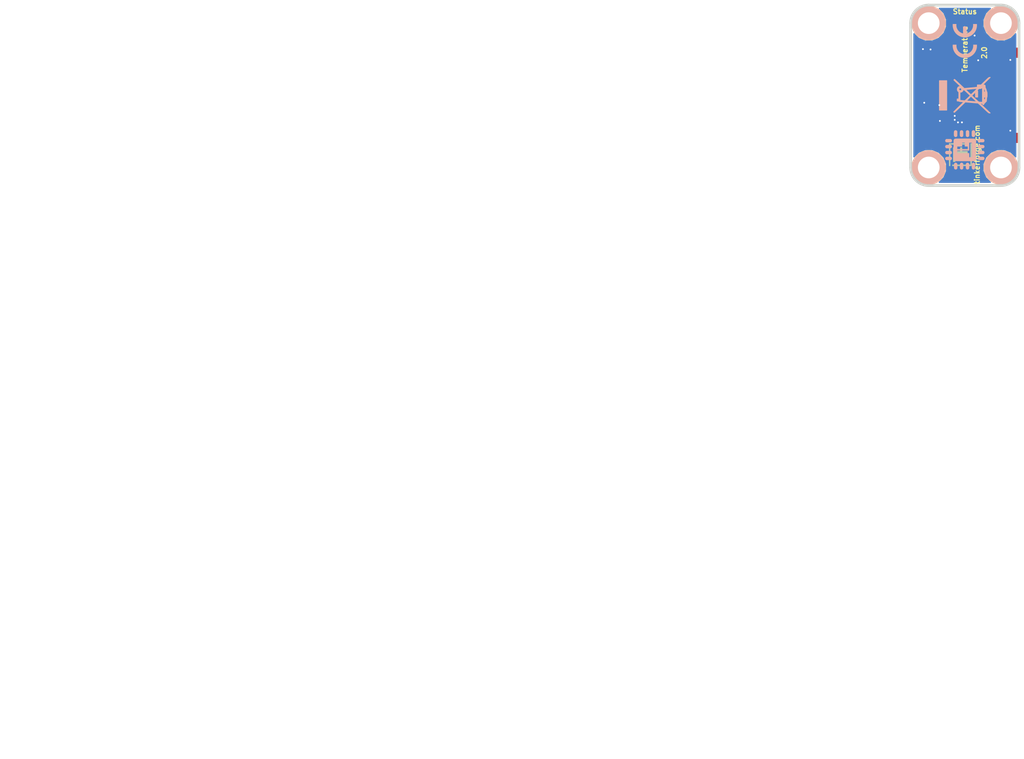
<source format=kicad_pcb>
(kicad_pcb (version 4) (host pcbnew 4.0.2+dfsg1-stable)
  (title_block (title "Temperature Bricklet 2.0") (date 2018-02-15) (rev 1.0) (company "Tinkerforge GmbH") (comment 1 "Licensed under CERN OHL v.1.1") (comment 2 "Copyright (©) 2018, L.Lauer <lukas@tinkerforge.com>"))
  (layers (0 Vorderseite signal) (31 Rückseite signal) (34 B.Paste user) (35 F.Paste user) (36 B.SilkS user) (37 F.SilkS user) (38 B.Mask user) (39 F.Mask user) (44 Edge.Cuts user))
  (net 0 "")
  (net 1 ALERT)
  (net 2 GND)
  (net 3 SCL)
  (net 4 SDA)
  (net 5 VCC)
  (net 6 "Net-(P1-Pad1)")
  (net 7 "Net-(P1-Pad6)")
  (net 8 "Net-(C3-Pad1)")
  (net 9 "Net-(D1-Pad2)")
  (net 10 "Net-(P1-Pad4)")
  (net 11 "Net-(P1-Pad5)")
  (net 12 "Net-(P2-Pad1)")
  (net 13 "Net-(P3-Pad2)")
  (net 14 "Net-(R1-Pad1)")
  (net 15 S-MISO)
  (net 16 S-MOSI)
  (net 17 S-CLK)
  (net 18 S-CS)
  (net 19 "Net-(U1-Pad2)")
  (net 20 "Net-(U1-Pad3)")
  (net 21 "Net-(U1-Pad5)")
  (net 22 "Net-(U1-Pad6)")
  (net 23 "Net-(U1-Pad8)")
  (net 24 "Net-(U1-Pad11)")
  (net 25 "Net-(U1-Pad12)")
  (net 26 "Net-(U1-Pad13)")
  (net 27 "Net-(U1-Pad14)")
  (net 28 "Net-(U1-Pad16)")
  (net 29 "Net-(U1-Pad20)")
  (net 30 "Net-(U1-Pad21)")
  (module kicad-libraries:DRILL_NP (layer Vorderseite) (at 142.825 113.125)
    (fp_text reference U5 hide)
    (fp_text value DRILL hide)
    (pad "" np_thru_hole circle (at 0 0) (size 2.99974 2.99974) (drill 2.99974) (layers *.Cu *.Mask F.SilkS) (clearance 0.89916))
  )
  (module kicad-libraries:4X0402 (layer Vorderseite) (at 148.325 101.425 90)
    (fp_text reference RP1)
    (fp_text value 82)
    (pad 1 smd rect (at -0.7493 0.575 270) (size 0.29972 0.65) (layers Vorderseite F.Paste F.Mask) (net 10 "Net-(P1-Pad4)"))
    (pad 2 smd rect (at -0.24892 0.575 270) (size 0.29972 0.65) (layers Vorderseite F.Paste F.Mask) (net 11 "Net-(P1-Pad5)"))
    (pad 3 smd rect (at 0.24892 0.575 270) (size 0.29972 0.65) (layers Vorderseite F.Paste F.Mask) (net 7 "Net-(P1-Pad6)"))
    (pad 4 smd rect (at 0.7493 0.575 270) (size 0.29972 0.65) (layers Vorderseite F.Paste F.Mask) (net 8 "Net-(C3-Pad1)"))
    (pad 5 smd rect (at 0.7493 -0.575 90) (size 0.29972 0.65) (layers Vorderseite F.Paste F.Mask) (net 15 S-MISO))
    (pad 6 smd rect (at 0.24892 -0.575 90) (size 0.29972 0.65) (layers Vorderseite F.Paste F.Mask) (net 16 S-MOSI))
    (pad 7 smd rect (at -0.24892 -0.575 90) (size 0.29972 0.65) (layers Vorderseite F.Paste F.Mask) (net 17 S-CLK))
    (pad 8 smd rect (at -0.7493 -0.575 90) (size 0.29972 0.65) (layers Vorderseite F.Paste F.Mask) (net 18 S-CS))
  )
  (module kicad-libraries:R0603F (layer Vorderseite) (at 146.075 95.525 45)
    (fp_text reference R1)
    (fp_text value 1k)
    (pad 1 smd rect (at -0.75 0 45) (size 0.9 0.9) (layers Vorderseite F.Paste F.Mask) (net 14 "Net-(R1-Pad1)"))
    (pad 2 smd rect (at 0.75 0 45) (size 0.9 0.9) (layers Vorderseite F.Paste F.Mask) (net 9 "Net-(D1-Pad2)"))
  )
  (module kicad-libraries:SolderJumper (layer Vorderseite) (at 149.175 95.875 270)
    (fp_text reference P3)
    (fp_text value BOOT)
    (pad 2 smd rect (at 0.55 0 270) (size 0.3 1.4) (layers Vorderseite F.Mask) (net 13 "Net-(P3-Pad2)"))
    (pad 2 smd rect (at 0.15 0 270) (size 0.6 0.5) (layers Vorderseite F.Mask) (net 13 "Net-(P3-Pad2)"))
    (pad 1 smd rect (at -0.5 0 270) (size 0.4 1.4) (layers Vorderseite F.Mask) (net 2 GND))
    (pad 1 smd rect (at -0.225 0.55 270) (size 0.95 0.3) (layers Vorderseite F.Mask) (net 2 GND))
    (pad 1 smd rect (at -0.225 -0.55 270) (size 0.95 0.3) (layers Vorderseite F.Mask) (net 2 GND))
  )
  (module kicad-libraries:DEBUG_PAD (layer Vorderseite) (at 142.025 102.925)
    (fp_text reference P2)
    (fp_text value DEBUG)
    (pad 1 smd circle (at 0 0) (size 0.7 0.7) (layers Vorderseite F.Paste F.Mask) (net 12 "Net-(P2-Pad1)"))
  )
  (module kicad-libraries:D0603F (layer Vorderseite) (at 147.825 92.775)
    (fp_text reference D1)
    (fp_text value blue)
    (pad 1 smd rect (at -0.75 0) (size 0.9 0.9) (layers Vorderseite F.Paste F.Mask) (net 5 VCC))
    (pad 2 smd rect (at 0.75 0) (size 0.9 0.9) (layers Vorderseite F.Paste F.Mask) (net 9 "Net-(D1-Pad2)"))
  )
  (module kicad-libraries:C0603F (layer Vorderseite) (at 147.175 105.375 270)
    (fp_text reference C5)
    (fp_text value 1uF)
    (pad 1 smd rect (at -0.75 0 270) (size 0.9 0.9) (layers Vorderseite F.Paste F.Mask) (net 5 VCC))
    (pad 2 smd rect (at 0.75 0 270) (size 0.9 0.9) (layers Vorderseite F.Paste F.Mask) (net 2 GND))
  )
  (module kicad-libraries:C0805 (layer Vorderseite) (at 148.675 105.575 270)
    (fp_text reference C4)
    (fp_text value 10uF)
    (pad 1 smd rect (at -1.00076 0 270) (size 1.00076 1.24968) (layers Vorderseite F.Paste F.Mask) (net 5 VCC) (clearance 0.14986))
    (pad 2 smd rect (at 1.00076 0 270) (size 1.00076 1.24968) (layers Vorderseite F.Paste F.Mask) (net 2 GND) (clearance 0.14986))
  )
  (module kicad-libraries:C0402E (layer Vorderseite) (at 148.925 98.925 90)
    (fp_text reference C3)
    (fp_text value 220pF)
    (pad 1 smd rect (at -0.65 0 90) (size 0.7 0.9) (layers Vorderseite F.Paste F.Mask) (net 8 "Net-(C3-Pad1)"))
    (pad 2 smd rect (at 0.65 0 90) (size 0.7 0.9) (layers Vorderseite F.Paste F.Mask) (net 2 GND))
  )
  (module kicad-libraries:Logo_31x31 (layer Vorderseite) (at 145.625 112.925 90)
    (fp_text reference Ref** hide)
    (fp_text value Val** hide)
  )
  (module kicad-libraries:DRILL_NP (layer Vorderseite) (at 152.825 93.125)
    (fp_text reference U3 hide)
    (fp_text value DRILL hide)
    (pad "" np_thru_hole circle (at 0 0) (size 2.99974 2.99974) (drill 2.99974) (layers *.Cu *.Mask F.SilkS) (clearance 0.89916))
  )
  (module kicad-libraries:DRILL_NP (layer Vorderseite) (at 152.825 113.125 90)
    (fp_text reference U4 hide)
    (fp_text value DRILL hide)
    (pad "" np_thru_hole circle (at 0 0 90) (size 2.99974 2.99974) (drill 2.99974) (layers *.Cu *.Mask F.SilkS) (clearance 0.89916))
  )
  (module kicad-libraries:DRILL_NP (layer Vorderseite) (at 142.825 93.125 90)
    (fp_text reference U6 hide)
    (fp_text value DRILL hide)
    (pad "" np_thru_hole circle (at 0 0 90) (size 2.99974 2.99974) (drill 2.99974) (layers *.Cu *.Mask F.SilkS) (clearance 0.89916))
  )
  (module kicad-libraries:Fiducial_Mark (layer Vorderseite) (at 153.825 100.125)
    (fp_text reference Fiducial_Mark hide)
    (fp_text value VAL** hide)
    (pad 1 smd circle (at 0 0) (size 1.00076 1.00076) (layers Vorderseite F.Paste F.Mask) (clearance 0.65024))
  )
  (module kicad-libraries:Fiducial_Mark (layer Vorderseite) (at 141.825 109.125)
    (fp_text reference Fiducial_Mark hide)
    (fp_text value VAL** hide)
    (pad 1 smd circle (at 0 0) (size 1.00076 1.00076) (layers Vorderseite F.Paste F.Mask) (clearance 0.65024))
  )
  (module kicad-libraries:WEEE_7mm (layer Rückseite) (at 147.835 103.125 90)
    (fp_text reference VAL hide)
    (fp_text value WEEE_7mm hide)
  )
  (module kicad-libraries:CE_5mm (layer Rückseite) (at 147.825 95.555 90)
    (fp_text reference VAL hide)
    (fp_text value CE_5mm hide)
  )
  (module kicad-libraries:QFN24-4x4mm-0.5mm (layer Vorderseite) (at 144.425 100.225 225)
    (fp_text reference U1)
    (fp_text value XMC1XXX24)
    (pad 1 smd oval (at -2.025 -1.25 225) (size 1 0.3) (layers Vorderseite F.Paste F.Mask) (net 15 S-MISO))
    (pad 2 smd oval (at -2.025 -0.75 225) (size 1 0.3) (layers Vorderseite F.Paste F.Mask) (net 19 "Net-(U1-Pad2)"))
    (pad 3 smd oval (at -2.025 -0.25 225) (size 1 0.3) (layers Vorderseite F.Paste F.Mask) (net 20 "Net-(U1-Pad3)"))
    (pad 4 smd oval (at -2.025 0.25 225) (size 1 0.3) (layers Vorderseite F.Paste F.Mask) (net 13 "Net-(P3-Pad2)"))
    (pad 5 smd oval (at -2.025 0.75 225) (size 1 0.3) (layers Vorderseite F.Paste F.Mask) (net 21 "Net-(U1-Pad5)"))
    (pad 6 smd oval (at -2.025 1.25 225) (size 1 0.3) (layers Vorderseite F.Paste F.Mask) (net 22 "Net-(U1-Pad6)"))
    (pad 7 smd oval (at -1.25 2.025 315) (size 1 0.3) (layers Vorderseite F.Paste F.Mask) (net 14 "Net-(R1-Pad1)"))
    (pad 8 smd oval (at -0.75 2.025 315) (size 1 0.3) (layers Vorderseite F.Paste F.Mask) (net 23 "Net-(U1-Pad8)"))
    (pad 9 smd oval (at -0.25 2.025 315) (size 1 0.3) (layers Vorderseite F.Paste F.Mask) (net 2 GND))
    (pad 10 smd oval (at 0.25 2.025 315) (size 1 0.3) (layers Vorderseite F.Paste F.Mask) (net 5 VCC))
    (pad 11 smd oval (at 0.75 2.025 315) (size 1 0.3) (layers Vorderseite F.Paste F.Mask) (net 24 "Net-(U1-Pad11)"))
    (pad 12 smd oval (at 1.25 2.025 315) (size 1 0.3) (layers Vorderseite F.Paste F.Mask) (net 25 "Net-(U1-Pad12)"))
    (pad 13 smd oval (at 2.025 1.25 225) (size 1 0.3) (layers Vorderseite F.Paste F.Mask) (net 26 "Net-(U1-Pad13)"))
    (pad 14 smd oval (at 2.025 0.75 225) (size 1 0.3) (layers Vorderseite F.Paste F.Mask) (net 27 "Net-(U1-Pad14)"))
    (pad 15 smd oval (at 2.025 0.25 225) (size 1 0.3) (layers Vorderseite F.Paste F.Mask) (net 12 "Net-(P2-Pad1)"))
    (pad 16 smd oval (at 2.025 -0.25 225) (size 1 0.3) (layers Vorderseite F.Paste F.Mask) (net 28 "Net-(U1-Pad16)"))
    (pad 17 smd oval (at 2.025 -0.75 225) (size 1 0.3) (layers Vorderseite F.Paste F.Mask) (net 4 SDA))
    (pad 18 smd oval (at 2.025 -1.25 225) (size 1 0.3) (layers Vorderseite F.Paste F.Mask) (net 1 ALERT))
    (pad 19 smd oval (at 1.25 -2.025 315) (size 1 0.3) (layers Vorderseite F.Paste F.Mask) (net 3 SCL))
    (pad 20 smd oval (at 0.75 -2.025 315) (size 1 0.3) (layers Vorderseite F.Paste F.Mask) (net 29 "Net-(U1-Pad20)"))
    (pad 21 smd oval (at 0.25 -2.025 315) (size 1 0.3) (layers Vorderseite F.Paste F.Mask) (net 30 "Net-(U1-Pad21)"))
    (pad 22 smd oval (at -0.25 -2.025 315) (size 1 0.3) (layers Vorderseite F.Paste F.Mask) (net 18 S-CS))
    (pad 23 smd oval (at -0.75 -2.025 315) (size 1 0.3) (layers Vorderseite F.Paste F.Mask) (net 17 S-CLK))
    (pad 24 smd oval (at -1.25 -2.025 315) (size 1 0.3) (layers Vorderseite F.Paste F.Mask) (net 16 S-MOSI))
    (pad EXP smd rect (at 0.65 0.65 225) (size 1.3 1.3) (layers Vorderseite F.Paste F.Mask) (net 2 GND))
    (pad EXP smd rect (at 0.65 -0.65 225) (size 1.3 1.3) (layers Vorderseite F.Paste F.Mask) (net 2 GND))
    (pad EXP smd rect (at -0.65 0.65 225) (size 1.3 1.3) (layers Vorderseite F.Paste F.Mask) (net 2 GND))
    (pad EXP smd rect (at -0.65 -0.65 225) (size 1.3 1.3) (layers Vorderseite F.Paste F.Mask) (net 2 GND))
  )
  (module kicad-libraries:C0603F (layer Vorderseite) (at 142.025 97.825 45)
    (fp_text reference C1)
    (fp_text value 100nF)
    (pad 1 smd rect (at -0.75 0 45) (size 0.9 0.9) (layers Vorderseite F.Paste F.Mask) (net 5 VCC))
    (pad 2 smd rect (at 0.75 0 45) (size 0.9 0.9) (layers Vorderseite F.Paste F.Mask) (net 2 GND))
  )
  (module kicad-libraries:C0603F (layer Vorderseite) (at 142.875 106.675)
    (fp_text reference C2)
    (fp_text value 100nF)
    (pad 1 smd rect (at -0.75 0) (size 0.9 0.9) (layers Vorderseite F.Paste F.Mask) (net 5 VCC))
    (pad 2 smd rect (at 0.75 0) (size 0.9 0.9) (layers Vorderseite F.Paste F.Mask) (net 2 GND))
  )
  (module kicad-libraries:CON-SENSOR2 (layer Vorderseite) (at 155.325 103.125 90)
    (fp_text reference P1)
    (fp_text value CON-SENSOR2)
    (pad 1 smd rect (at -3.75 -4.6 90) (size 0.6 1.8) (layers Vorderseite F.Paste F.Mask) (net 6 "Net-(P1-Pad1)"))
    (pad 2 smd rect (at -2.5 -4.6 90) (size 0.6 1.8) (layers Vorderseite F.Paste F.Mask) (net 2 GND))
    (pad EP smd rect (at -5.9 -1.2 90) (size 1.4 2.4) (layers Vorderseite F.Paste F.Mask) (net 2 GND))
    (pad EP smd rect (at 5.9 -1.2 90) (size 1.4 2.4) (layers Vorderseite F.Paste F.Mask) (net 2 GND))
    (pad 3 smd rect (at -1.25 -4.6 90) (size 0.6 1.8) (layers Vorderseite F.Paste F.Mask) (net 5 VCC))
    (pad 4 smd rect (at 0 -4.6 90) (size 0.6 1.8) (layers Vorderseite F.Paste F.Mask) (net 10 "Net-(P1-Pad4)"))
    (pad 5 smd rect (at 1.25 -4.6 90) (size 0.6 1.8) (layers Vorderseite F.Paste F.Mask) (net 11 "Net-(P1-Pad5)"))
    (pad 6 smd rect (at 2.5 -4.6 90) (size 0.6 1.8) (layers Vorderseite F.Paste F.Mask) (net 7 "Net-(P1-Pad6)"))
    (pad 7 smd rect (at 3.75 -4.6 90) (size 0.6 1.8) (layers Vorderseite F.Paste F.Mask) (net 8 "Net-(C3-Pad1)"))
  )
  (module kicad-libraries:SOT563 (layer Vorderseite) (at 142.875 105.125 90)
    (fp_text reference U2)
    (fp_text value TMP102)
    (pad 1 smd rect (at -0.49784 0.6731 270) (size 0.29972 0.55118) (layers Vorderseite F.Paste F.Mask) (net 3 SCL))
    (pad 2 smd rect (at 0 0.6731 270) (size 0.29972 0.55118) (layers Vorderseite F.Paste F.Mask) (net 2 GND))
    (pad 3 smd rect (at 0.49784 0.6731 270) (size 0.29972 0.55118) (layers Vorderseite F.Paste F.Mask) (net 1 ALERT))
    (pad 4 smd rect (at 0.49784 -0.6731 90) (size 0.29972 0.55118) (layers Vorderseite F.Paste F.Mask) (net 2 GND))
    (pad 5 smd rect (at 0 -0.6731 90) (size 0.29972 0.55118) (layers Vorderseite F.Paste F.Mask) (net 5 VCC))
    (pad 6 smd rect (at -0.49784 -0.6731 90) (size 0.29972 0.55118) (layers Vorderseite F.Paste F.Mask) (net 4 SDA))
  )
  (module kicad-libraries:Logo_CoMCU (layer Rückseite) (at 147.825 110.685 90)
    (fp_text reference G*** hide)
    (fp_text value LOGO hide)
  )
  (gr_text Status (at 147.825 91.525) (layer F.SilkS) (effects (font (size 0.7 0.7))))
  (gr_line (start 142.825 90.625) (end 152.825 90.625) (angle 90) (layer Edge.Cuts) (width 0.381))
  (gr_line (start 140.325 113.125) (end 140.325 93.125) (angle 90) (layer Edge.Cuts) (width 0.381))
  (gr_line (start 152.825 115.625) (end 142.825 115.625) (angle 90) (layer Edge.Cuts) (width 0.381))
  (gr_line (start 155.325 93.125) (end 155.325 113.125) (angle 90) (layer Edge.Cuts) (width 0.381))
  (gr_arc (start 152.825 93.125) (end 152.825 90.625) (angle 90) (layer Edge.Cuts) (width 0.381))
  (gr_arc (start 142.825 93.125) (end 140.325 93.125) (angle 90) (layer Edge.Cuts) (width 0.381))
  (gr_arc (start 142.825 113.125) (end 142.825 115.625) (angle 90) (layer Edge.Cuts) (width 0.381))
  (gr_arc (start 152.825 113.125) (end 155.325 113.125) (angle 90) (layer Edge.Cuts) (width 0.381))
  (gr_text 2.0 (at 150.525 97.225 90) (layer F.SilkS) (effects (font (size 0.7 0.7) (thickness 0.14986))))
  (gr_text tinkerforge.com (at 149.525 111.325 90) (layer F.SilkS) (effects (font (size 0.7 0.7) (thickness 0.14986))))
  (gr_text Temperature (at 147.825 96.725 90) (layer F.SilkS) (effects (font (size 0.7 0.7) (thickness 0.14986))))
  (segment (start 143.5481 104.62716) (end 143.5481 102.869667) (width 0.2) (layer Vorderseite) (net 1))
  (segment (start 143.5481 102.869667) (end 143.876992 102.540775) (width 0.2) (layer Vorderseite) (net 1))
  (segment (start 143.5481 105.125) (end 143.93022 105.125) (width 0.2) (layer Vorderseite) (net 2))
  (via (at 144.295 104.485) (size 0.55) (drill 0.25) (layers Vorderseite Rückseite) (net 2))
  (segment (start 144.295 104.76022) (end 144.295 104.485) (width 0.2) (layer Vorderseite) (net 2))
  (segment (start 143.93022 105.125) (end 144.295 104.76022) (width 0.2) (layer Vorderseite) (net 2))
  (segment (start 142.2019 104.62716) (end 142.2019 104.1581) (width 0.2) (layer Vorderseite) (net 2))
  (via (at 142.205 104.155) (size 0.55) (drill 0.25) (layers Vorderseite Rückseite) (net 2))
  (segment (start 142.2019 104.1581) (end 142.205 104.155) (width 0.2) (layer Vorderseite) (net 2))
  (segment (start 149.175 95.375) (end 149.605 95.375) (width 0.2) (layer Vorderseite) (net 2))
  (segment (start 149.605 95.375) (end 149.725 95.495) (width 0.2) (layer Vorderseite) (net 2))
  (segment (start 149.725 95.495) (end 149.725 95.655) (width 0.2) (layer Vorderseite) (net 2))
  (segment (start 149.725 95.655) (end 149.725 95.65) (width 0.2) (layer Vorderseite) (net 2))
  (segment (start 148.625 95.65) (end 148.625 95.465) (width 0.2) (layer Vorderseite) (net 2))
  (segment (start 148.625 95.465) (end 148.725 95.365) (width 0.2) (layer Vorderseite) (net 2))
  (segment (start 148.725 95.365) (end 149.165 95.365) (width 0.2) (layer Vorderseite) (net 2))
  (segment (start 149.165 95.365) (end 149.175 95.375) (width 0.2) (layer Vorderseite) (net 2))
  (segment (start 149.175 95.375) (end 149.175 94.845) (width 0.3) (layer Vorderseite) (net 2))
  (via (at 149.175 94.845) (size 0.55) (drill 0.25) (layers Vorderseite Rückseite) (net 2))
  (segment (start 148.925 98.275) (end 149.675 98.275) (width 0.55) (layer Vorderseite) (net 2))
  (via (at 149.675 98.275) (size 0.55) (drill 0.25) (layers Vorderseite Rückseite) (net 2))
  (segment (start 143.169885 98.616332) (end 143.169885 98.619885) (width 0.2) (layer Vorderseite) (net 2))
  (segment (start 143.169885 98.619885) (end 143.855761 99.305761) (width 0.2) (layer Vorderseite) (net 2))
  (segment (start 143.855761 99.305761) (end 144.425 99.305761) (width 0.2) (layer Vorderseite) (net 2))
  (segment (start 144.425 101.144239) (end 145.344239 100.225) (width 0.55) (layer Vorderseite) (net 2))
  (segment (start 144.425 99.305761) (end 145.344239 100.225) (width 0.55) (layer Vorderseite) (net 2))
  (segment (start 144.425 101.144239) (end 143.505761 100.225) (width 0.55) (layer Vorderseite) (net 2))
  (segment (start 144.425 99.305761) (end 143.505761 100.225) (width 0.55) (layer Vorderseite) (net 2))
  (segment (start 143.625 106.675) (end 144.375 106.675) (width 0.55) (layer Vorderseite) (net 2))
  (via (at 144.375 106.675) (size 0.55) (drill 0.25) (layers Vorderseite Rückseite) (net 2))
  (segment (start 146.425 105.975) (end 147.025 105.975) (width 0.55) (layer Vorderseite) (net 2))
  (via (at 146.425 105.975) (size 0.55) (drill 0.25) (layers Vorderseite Rückseite) (net 2))
  (segment (start 147.025 105.975) (end 147.175 106.125) (width 0.55) (layer Vorderseite) (net 2))
  (segment (start 146.875 106.875) (end 147.425 106.875) (width 0.55) (layer Vorderseite) (net 2))
  (segment (start 147.175 106.625) (end 147.425 106.875) (width 0.55) (layer Vorderseite) (net 2))
  (via (at 147.425 106.875) (size 0.55) (drill 0.25) (layers Vorderseite Rückseite) (net 2))
  (segment (start 147.175 106.625) (end 147.175 106.125) (width 0.55) (layer Vorderseite) (net 2))
  (via (at 146.875 106.875) (size 0.55) (drill 0.25) (layers Vorderseite Rückseite) (net 2))
  (segment (start 146.425 106.525) (end 146.525 106.525) (width 0.55) (layer Vorderseite) (net 2))
  (segment (start 146.875 106.875) (end 147.175 106.575) (width 0.55) (layer Vorderseite) (net 2))
  (via (at 146.425 106.525) (size 0.55) (drill 0.25) (layers Vorderseite Rückseite) (net 2))
  (segment (start 146.575 106.125) (end 147.175 106.125) (width 0.55) (layer Vorderseite) (net 2))
  (segment (start 146.575 106.125) (end 146.425 105.975) (width 0.55) (layer Vorderseite) (net 2))
  (segment (start 146.425 105.975) (end 146.425 106.525) (width 0.55) (layer Vorderseite) (net 2))
  (segment (start 146.525 106.525) (end 146.875 106.875) (width 0.55) (layer Vorderseite) (net 2))
  (segment (start 146.825 106.125) (end 146.425 106.525) (width 0.55) (layer Vorderseite) (net 2))
  (segment (start 147.175 106.125) (end 147.175 106.575) (width 0.55) (layer Vorderseite) (net 2))
  (segment (start 148.675 106.57576) (end 148.22576 106.57576) (width 0.4) (layer Vorderseite) (net 2))
  (segment (start 148.22576 106.57576) (end 147.775 106.125) (width 0.4) (layer Vorderseite) (net 2))
  (segment (start 147.775 106.125) (end 147.175 106.125) (width 0.4) (layer Vorderseite) (net 2))
  (segment (start 150.725 105.625) (end 149.725 105.625) (width 0.4) (layer Vorderseite) (net 2))
  (segment (start 149.725 105.625) (end 148.77424 106.57576) (width 0.4) (layer Vorderseite) (net 2))
  (segment (start 148.77424 106.57576) (end 148.675 106.57576) (width 0.4) (layer Vorderseite) (net 2))
  (segment (start 142.55533 97.29467) (end 142.55533 97.25533) (width 0.55) (layer Vorderseite) (net 2))
  (segment (start 142.55533 97.25533) (end 142.025 96.725) (width 0.55) (layer Vorderseite) (net 2))
  (via (at 142.025 96.725) (size 0.55) (drill 0.25) (layers Vorderseite Rückseite) (net 2))
  (segment (start 142.55533 97.29467) (end 143.075 96.775) (width 0.55) (layer Vorderseite) (net 2))
  (via (at 143.075 96.775) (size 0.55) (drill 0.25) (layers Vorderseite Rückseite) (net 2))
  (segment (start 154.125 109.025) (end 154.125 108.025) (width 0.55) (layer Vorderseite) (net 2))
  (via (at 154.125 108.025) (size 0.55) (drill 0.25) (layers Vorderseite Rückseite) (net 2))
  (segment (start 154.125 97.225) (end 154.125 98.225) (width 0.55) (layer Vorderseite) (net 2))
  (via (at 154.125 98.225) (size 0.55) (drill 0.25) (layers Vorderseite Rückseite) (net 2))
  (segment (start 143.169885 98.616332) (end 143.166332 98.616332) (width 0.2) (layer Vorderseite) (net 2))
  (segment (start 143.166332 98.616332) (end 142.875 98.325) (width 0.2) (layer Vorderseite) (net 2))
  (segment (start 142.875 98.325) (end 142.875 97.61434) (width 0.2) (layer Vorderseite) (net 2))
  (segment (start 142.875 97.61434) (end 142.55533 97.29467) (width 0.2) (layer Vorderseite) (net 2))
  (segment (start 143.5481 105.62284) (end 143.92716 105.62284) (width 0.2) (layer Vorderseite) (net 3))
  (segment (start 145.525 103.092767) (end 144.973008 102.540775) (width 0.2) (layer Vorderseite) (net 3))
  (segment (start 145.525 104.025) (end 145.525 103.092767) (width 0.2) (layer Vorderseite) (net 3))
  (segment (start 143.92716 105.62284) (end 145.525 104.025) (width 0.2) (layer Vorderseite) (net 3))
  (segment (start 142.2019 105.62284) (end 142.62716 105.62284) (width 0.2) (layer Vorderseite) (net 4))
  (segment (start 142.825 102.88566) (end 143.523439 102.187221) (width 0.2) (layer Vorderseite) (net 4))
  (segment (start 142.825 105.425) (end 142.825 102.88566) (width 0.2) (layer Vorderseite) (net 4))
  (segment (start 142.62716 105.62284) (end 142.825 105.425) (width 0.2) (layer Vorderseite) (net 4))
  (segment (start 142.125 106.675) (end 142.125 106.325) (width 0.2) (layer Vorderseite) (net 5))
  (segment (start 142.125 106.325) (end 141.625 105.825) (width 0.2) (layer Vorderseite) (net 5))
  (segment (start 141.725 105.125) (end 142.2019 105.125) (width 0.2) (layer Vorderseite) (net 5))
  (segment (start 141.625 105.225) (end 141.725 105.125) (width 0.2) (layer Vorderseite) (net 5))
  (segment (start 141.625 105.825) (end 141.625 105.225) (width 0.2) (layer Vorderseite) (net 5))
  (segment (start 142.125 106.675) (end 141.375 106.675) (width 0.3) (layer Vorderseite) (net 5))
  (segment (start 140.925 98.925) (end 141.49467 98.35533) (width 0.3) (layer Vorderseite) (net 5))
  (segment (start 140.925 106.225) (end 140.925 98.925) (width 0.3) (layer Vorderseite) (net 5))
  (segment (start 141.375 106.675) (end 140.925 106.225) (width 0.3) (layer Vorderseite) (net 5))
  (segment (start 147.175 104.625) (end 146.225 104.625) (width 0.3) (layer Vorderseite) (net 5))
  (segment (start 142.125 107.425) (end 142.125 106.675) (width 0.3) (layer Vorderseite) (net 5))
  (segment (start 142.625 107.925) (end 142.125 107.425) (width 0.3) (layer Vorderseite) (net 5))
  (segment (start 144.325 107.925) (end 142.625 107.925) (width 0.3) (layer Vorderseite) (net 5))
  (segment (start 145.225 107.025) (end 144.325 107.925) (width 0.3) (layer Vorderseite) (net 5))
  (segment (start 145.225 105.625) (end 145.225 107.025) (width 0.3) (layer Vorderseite) (net 5))
  (segment (start 146.225 104.625) (end 145.225 105.625) (width 0.3) (layer Vorderseite) (net 5))
  (segment (start 148.675 104.57424) (end 147.22576 104.57424) (width 0.4) (layer Vorderseite) (net 5))
  (segment (start 147.22576 104.57424) (end 147.175 104.625) (width 0.4) (layer Vorderseite) (net 5))
  (segment (start 150.725 104.375) (end 148.87424 104.375) (width 0.4) (layer Vorderseite) (net 5))
  (segment (start 148.87424 104.375) (end 148.675 104.57424) (width 0.4) (layer Vorderseite) (net 5))
  (segment (start 147.075 92.775) (end 147.075 93.125) (width 0.3) (layer Vorderseite) (net 5))
  (segment (start 147.075 93.125) (end 144.225 95.975) (width 0.3) (layer Vorderseite) (net 5))
  (segment (start 140.975 97.83566) (end 141.49467 98.35533) (width 0.3) (layer Vorderseite) (net 5))
  (segment (start 140.975 96.525) (end 140.975 97.83566) (width 0.3) (layer Vorderseite) (net 5))
  (segment (start 141.525 95.975) (end 140.975 96.525) (width 0.3) (layer Vorderseite) (net 5))
  (segment (start 144.225 95.975) (end 141.525 95.975) (width 0.3) (layer Vorderseite) (net 5))
  (segment (start 142.816332 98.969885) (end 142.816332 98.966332) (width 0.2) (layer Vorderseite) (net 5))
  (segment (start 142.816332 98.966332) (end 142.425 98.575) (width 0.2) (layer Vorderseite) (net 5))
  (segment (start 142.425 98.575) (end 141.71434 98.575) (width 0.2) (layer Vorderseite) (net 5))
  (segment (start 141.71434 98.575) (end 141.49467 98.35533) (width 0.2) (layer Vorderseite) (net 5))
  (segment (start 148.9 101.17608) (end 149.27392 101.17608) (width 0.2) (layer Vorderseite) (net 7))
  (segment (start 149.27392 101.17608) (end 149.825 100.625) (width 0.2) (layer Vorderseite) (net 7))
  (segment (start 149.825 100.625) (end 150.725 100.625) (width 0.2) (layer Vorderseite) (net 7))
  (segment (start 150.725 100.625) (end 149.875 100.625) (width 0.2) (layer Vorderseite) (net 7))
  (segment (start 148.925 99.575) (end 148.925 100.6507) (width 0.2) (layer Vorderseite) (net 8))
  (segment (start 148.925 100.6507) (end 148.9 100.6757) (width 0.2) (layer Vorderseite) (net 8))
  (segment (start 150.725 99.375) (end 149.125 99.375) (width 0.2) (layer Vorderseite) (net 8))
  (segment (start 149.125 99.375) (end 148.925 99.575) (width 0.2) (layer Vorderseite) (net 8))
  (segment (start 146.60533 94.99467) (end 147.875 93.725) (width 0.2) (layer Vorderseite) (net 9))
  (segment (start 148.275 93.325) (end 148.275 93.075) (width 0.2) (layer Vorderseite) (net 9))
  (segment (start 147.875 93.725) (end 148.275 93.325) (width 0.2) (layer Vorderseite) (net 9))
  (segment (start 148.275 93.075) (end 148.575 92.775) (width 0.2) (layer Vorderseite) (net 9))
  (segment (start 150.725 103.125) (end 149.875 103.125) (width 0.2) (layer Vorderseite) (net 10))
  (segment (start 149.875 103.125) (end 149.525 102.775) (width 0.2) (layer Vorderseite) (net 10))
  (segment (start 149.525 102.775) (end 149.525 102.375) (width 0.2) (layer Vorderseite) (net 10))
  (segment (start 149.525 102.375) (end 149.3243 102.1743) (width 0.2) (layer Vorderseite) (net 10))
  (segment (start 149.3243 102.1743) (end 148.9 102.1743) (width 0.2) (layer Vorderseite) (net 10))
  (segment (start 150.725 101.875) (end 149.725 101.875) (width 0.2) (layer Vorderseite) (net 11))
  (segment (start 149.52392 101.67392) (end 148.9 101.67392) (width 0.2) (layer Vorderseite) (net 11))
  (segment (start 149.725 101.875) (end 149.52392 101.67392) (width 0.2) (layer Vorderseite) (net 11))
  (segment (start 142.025 102.925) (end 142.025 102.271447) (width 0.2) (layer Vorderseite) (net 12))
  (segment (start 142.025 102.271447) (end 142.816332 101.480115) (width 0.2) (layer Vorderseite) (net 12))
  (segment (start 145.680115 98.616332) (end 145.683668 98.616332) (width 0.2) (layer Vorderseite) (net 13))
  (segment (start 145.683668 98.616332) (end 147.075 97.225) (width 0.2) (layer Vorderseite) (net 13))
  (segment (start 147.075 97.225) (end 148.675 97.225) (width 0.2) (layer Vorderseite) (net 13))
  (segment (start 148.675 97.225) (end 149.175 96.725) (width 0.2) (layer Vorderseite) (net 13))
  (segment (start 149.175 96.725) (end 149.175 96.025) (width 0.2) (layer Vorderseite) (net 13))
  (segment (start 143.876992 97.909225) (end 143.859225 97.909225) (width 0.2) (layer Vorderseite) (net 14))
  (segment (start 143.859225 97.909225) (end 143.475 97.525) (width 0.2) (layer Vorderseite) (net 14))
  (segment (start 143.475 97.525) (end 143.475 97.275) (width 0.2) (layer Vorderseite) (net 14))
  (segment (start 143.475 97.275) (end 143.725 97.025) (width 0.2) (layer Vorderseite) (net 14))
  (segment (start 143.725 97.025) (end 144.575 97.025) (width 0.2) (layer Vorderseite) (net 14))
  (segment (start 144.575 97.025) (end 145.54467 96.05533) (width 0.2) (layer Vorderseite) (net 14))
  (segment (start 147.75 100.6757) (end 147.739483 100.6757) (width 0.2) (layer Vorderseite) (net 15))
  (segment (start 147.739483 100.6757) (end 146.740775 99.676992) (width 0.2) (layer Vorderseite) (net 15))
  (segment (start 147.75 101.17608) (end 147.143847 101.17608) (width 0.2) (layer Vorderseite) (net 16))
  (segment (start 147.143847 101.17608) (end 146.740775 100.773008) (width 0.2) (layer Vorderseite) (net 16))
  (segment (start 146.387221 101.126561) (end 146.387221 101.137221) (width 0.2) (layer Vorderseite) (net 17))
  (segment (start 146.387221 101.137221) (end 146.92392 101.67392) (width 0.2) (layer Vorderseite) (net 17))
  (segment (start 146.92392 101.67392) (end 147.75 101.67392) (width 0.2) (layer Vorderseite) (net 17))
  (segment (start 147.75 102.1743) (end 146.727853 102.1743) (width 0.2) (layer Vorderseite) (net 18))
  (segment (start 146.727853 102.1743) (end 146.033668 101.480115) (width 0.2) (layer Vorderseite) (net 18))
  (zone (net 2) (net_name GND) (layer Rückseite) (connect_pads yes (clearance 0.1778)) (min_thickness 0.1778) (fill yes (arc_segments 16) (thermal_gap 0.381) (thermal_bridge_width 0.381))
    (polygon (pts (xy 155.325 115.625) (xy 140.325 115.625) (xy 140.325 90.625) (xy 155.325 90.625) (xy 155.325 115.625)))
  )
)
</source>
